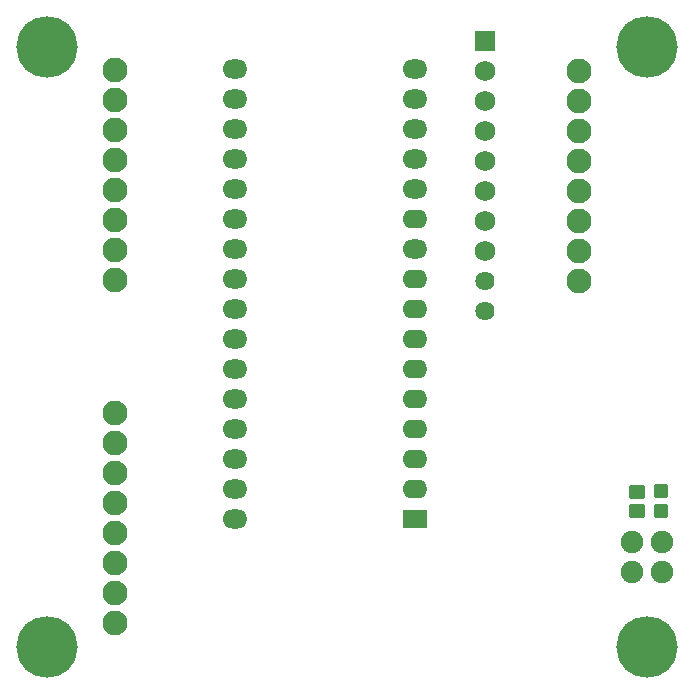
<source format=gts>
G04 Layer: TopSolderMaskLayer*
G04 Panelize: , Column: 2, Row: 2, Board Size: 58.42mm x 58.42mm, Panelized Board Size: 118.84mm x 118.84mm*
G04 EasyEDA v6.5.34, 2023-09-06 22:38:36*
G04 b9bc4809806445119315d77ae2694b74,5a6b42c53f6a479593ecc07194224c93,10*
G04 Gerber Generator version 0.2*
G04 Scale: 100 percent, Rotated: No, Reflected: No *
G04 Dimensions in millimeters *
G04 leading zeros omitted , absolute positions ,4 integer and 5 decimal *
%FSLAX45Y45*%
%MOMM*%

%AMMACRO1*1,1,$1,$2,$3*1,1,$1,$4,$5*1,1,$1,0-$2,0-$3*1,1,$1,0-$4,0-$5*20,1,$1,$2,$3,$4,$5,0*20,1,$1,$4,$5,0-$2,0-$3,0*20,1,$1,0-$2,0-$3,0-$4,0-$5,0*20,1,$1,0-$4,0-$5,$2,$3,0*4,1,4,$2,$3,$4,$5,0-$2,0-$3,0-$4,0-$5,$2,$3,0*%
%ADD10O,2.1015960000000002X1.6256000000000002*%
%ADD11O,2.1015960000000002X1.6015970000000002*%
%ADD12MACRO1,0.1016X1X-0.75X-1X-0.75*%
%ADD13MACRO1,0.2032X0.762X0.762X0.762X-0.762*%
%ADD14C,1.7272*%
%ADD15C,1.6256*%
%ADD16MACRO1,0.2032X-0.5X0.45X0.5X0.45*%
%ADD17MACRO1,0.2032X-0.55X-0.5X-0.55X0.5*%
%ADD18C,5.2032*%
%ADD19C,2.1016*%
%ADD20C,1.9016*%

%LPD*%
D10*
G01*
X1968500Y2222500D03*
G01*
X1968500Y1968500D03*
G01*
X1968500Y1714500D03*
G01*
X1968500Y1460500D03*
G01*
X1968500Y5016500D03*
G01*
X1968500Y4762500D03*
G01*
X1968500Y4508500D03*
G01*
X1968500Y4254500D03*
G01*
X1968500Y4000500D03*
G01*
X1968500Y3746500D03*
G01*
X1968500Y3492500D03*
G01*
X1968500Y2476500D03*
G01*
X1968500Y2730500D03*
G01*
X1968500Y2984500D03*
G01*
X1968500Y3238500D03*
G01*
X1968500Y5270500D03*
G01*
X3492500Y4508500D03*
D11*
G01*
X3492500Y3492500D03*
G01*
X3492500Y3238500D03*
G01*
X3492500Y2984500D03*
G01*
X3492500Y2730500D03*
G01*
X3492500Y2476500D03*
G01*
X3492500Y2222500D03*
G01*
X3492500Y1968500D03*
G01*
X3492500Y1714500D03*
D12*
G01*
X3492500Y1460500D03*
D10*
G01*
X3492500Y3746500D03*
G01*
X3492500Y4254500D03*
D11*
G01*
X3492500Y4000500D03*
D10*
G01*
X3492500Y4762500D03*
G01*
X3492500Y5270500D03*
G01*
X3492500Y5016500D03*
D13*
G01*
X4089400Y5511800D03*
D14*
G01*
X4089400Y5257800D03*
G01*
X4089400Y5003800D03*
G01*
X4089400Y4749800D03*
G01*
X4089400Y4495800D03*
G01*
X4089400Y4241800D03*
G01*
X4089400Y3987800D03*
G01*
X4089400Y3733800D03*
D15*
G01*
X4089400Y3479800D03*
G01*
X4089400Y3225800D03*
D16*
G01*
X5575292Y1697908D03*
G01*
X5575292Y1527909D03*
D17*
G01*
X5372100Y1692907D03*
G01*
X5372100Y1532907D03*
D18*
G01*
X5461000Y381000D03*
G01*
X381000Y381000D03*
G01*
X381000Y5461000D03*
G01*
X5461000Y5461000D03*
D19*
G01*
X4885893Y5255895D03*
G01*
X4885893Y5001895D03*
G01*
X4885893Y4747895D03*
G01*
X4885893Y4493895D03*
G01*
X4885893Y4239895D03*
G01*
X4885893Y3985895D03*
G01*
X4885893Y3731895D03*
G01*
X4885893Y3477895D03*
G01*
X956081Y3489197D03*
G01*
X956081Y3743197D03*
G01*
X956081Y3997197D03*
G01*
X956081Y4251197D03*
G01*
X956081Y4505197D03*
G01*
X956081Y4759197D03*
G01*
X956081Y5013197D03*
G01*
X956081Y5267197D03*
G01*
X956106Y2358897D03*
G01*
X956106Y2104897D03*
G01*
X956106Y1850897D03*
G01*
X956106Y1596897D03*
G01*
X956106Y1342897D03*
G01*
X956106Y1088897D03*
G01*
X956106Y834897D03*
G01*
X956106Y580897D03*
D20*
G01*
X5588000Y1016000D03*
G01*
X5334000Y1016000D03*
G01*
X5334000Y1270000D03*
G01*
X5588000Y1270000D03*
M02*

</source>
